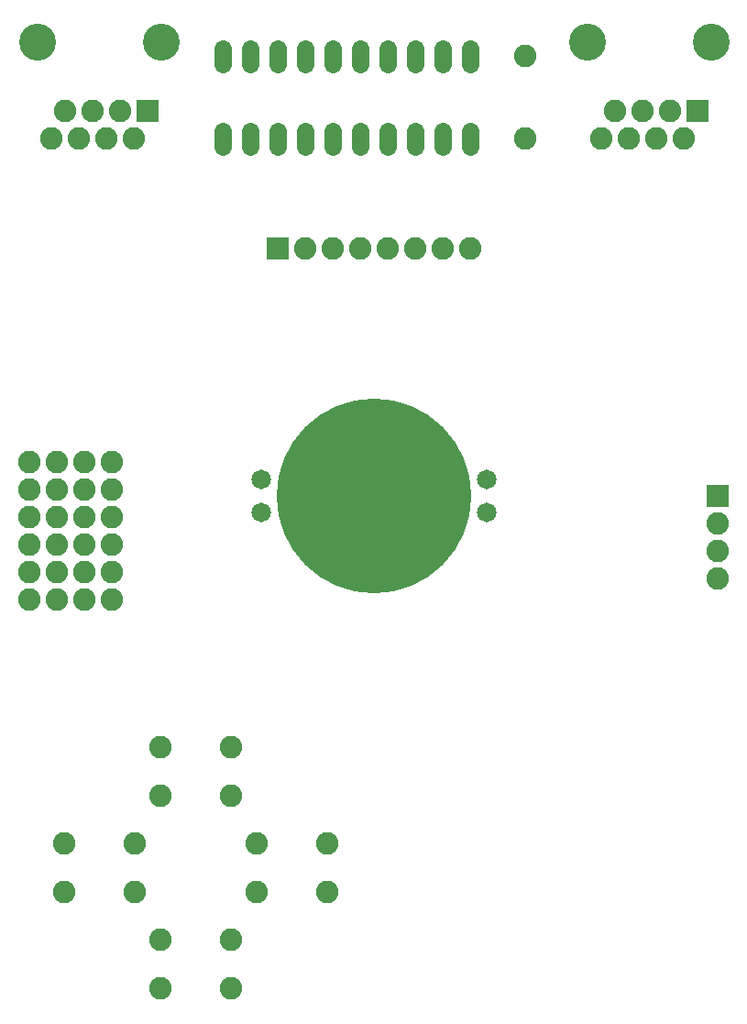
<source format=gbs>
G75*
G70*
%OFA0B0*%
%FSLAX24Y24*%
%IPPOS*%
%LPD*%
%AMOC8*
5,1,8,0,0,1.08239X$1,22.5*
%
%ADD10C,0.7080*%
%ADD11C,0.0714*%
%ADD12C,0.0640*%
%ADD13R,0.0820X0.0820*%
%ADD14C,0.0820*%
%ADD15C,0.1340*%
D10*
X014037Y019267D03*
D11*
X018137Y019867D03*
X018137Y018667D03*
X009937Y018667D03*
X009937Y019867D03*
D12*
X009535Y031987D02*
X009535Y032547D01*
X010535Y032547D02*
X010535Y031987D01*
X011535Y031987D02*
X011535Y032547D01*
X012535Y032547D02*
X012535Y031987D01*
X013535Y031987D02*
X013535Y032547D01*
X014535Y032547D02*
X014535Y031987D01*
X015535Y031987D02*
X015535Y032547D01*
X016535Y032547D02*
X016535Y031987D01*
X017535Y031987D02*
X017535Y032547D01*
X017535Y034987D02*
X017535Y035547D01*
X016535Y035547D02*
X016535Y034987D01*
X015535Y034987D02*
X015535Y035547D01*
X014535Y035547D02*
X014535Y034987D01*
X013535Y034987D02*
X013535Y035547D01*
X012535Y035547D02*
X012535Y034987D01*
X011535Y034987D02*
X011535Y035547D01*
X010535Y035547D02*
X010535Y034987D01*
X009535Y034987D02*
X009535Y035547D01*
X008535Y035547D02*
X008535Y034987D01*
X008535Y032547D02*
X008535Y031987D01*
D13*
X010537Y028267D03*
X005787Y033267D03*
X025787Y033267D03*
X026537Y019267D03*
D14*
X002757Y004877D03*
X002757Y006657D03*
X005317Y006657D03*
X005317Y004877D03*
X006257Y003157D03*
X006257Y001377D03*
X008817Y001377D03*
X008817Y003157D03*
X009757Y004877D03*
X009757Y006657D03*
X008817Y008377D03*
X008817Y010157D03*
X006257Y010157D03*
X006257Y008377D03*
X004487Y015517D03*
X004487Y016517D03*
X004487Y017517D03*
X004487Y018517D03*
X004487Y019517D03*
X004487Y020517D03*
X003487Y020517D03*
X003487Y019517D03*
X003487Y018517D03*
X003487Y017517D03*
X003487Y016517D03*
X003487Y015517D03*
X002487Y015517D03*
X002487Y016517D03*
X002487Y017517D03*
X002487Y018517D03*
X002487Y019517D03*
X002487Y020517D03*
X001487Y020517D03*
X001487Y019517D03*
X001487Y018517D03*
X001487Y017517D03*
X001487Y016517D03*
X001487Y015517D03*
X011537Y028267D03*
X012537Y028267D03*
X013537Y028267D03*
X014537Y028267D03*
X015537Y028267D03*
X016537Y028267D03*
X017537Y028267D03*
X019537Y032267D03*
X019537Y035267D03*
X022287Y032267D03*
X022787Y033267D03*
X023787Y033267D03*
X024287Y032267D03*
X023287Y032267D03*
X024787Y033267D03*
X025287Y032267D03*
X026537Y018267D03*
X026537Y017267D03*
X026537Y016267D03*
X012317Y006657D03*
X012317Y004877D03*
X005287Y032267D03*
X004287Y032267D03*
X004787Y033267D03*
X003787Y033267D03*
X003287Y032267D03*
X002287Y032267D03*
X002787Y033267D03*
D15*
X001787Y035767D03*
X006287Y035767D03*
X021787Y035767D03*
X026287Y035767D03*
M02*

</source>
